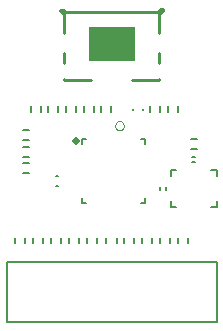
<source format=gto>
G04*
G04 #@! TF.GenerationSoftware,Altium Limited,Altium Designer,23.2.1 (34)*
G04*
G04 Layer_Color=65535*
%FSLAX25Y25*%
%MOIN*%
G70*
G04*
G04 #@! TF.SameCoordinates,2D16543A-974C-4BE6-9D28-3C7F8BE36A88*
G04*
G04*
G04 #@! TF.FilePolarity,Positive*
G04*
G01*
G75*
%ADD10C,0.00100*%
%ADD11C,0.01181*%
%ADD12C,0.01000*%
%ADD13C,0.00787*%
%ADD14C,0.00750*%
%ADD15C,0.00600*%
%ADD16C,0.00500*%
%ADD17R,0.15748X0.11811*%
D10*
X4249Y14905D02*
X3943Y15847D01*
X3141Y16429D01*
X2150D01*
X1349Y15847D01*
X1043Y14905D01*
X1349Y13962D01*
X2150Y13380D01*
X3141D01*
X3943Y13962D01*
X4249Y14905D01*
D11*
X-11329Y9953D02*
X-11923Y10539D01*
X-12511Y9948D01*
X-11923Y9358D01*
X-11329Y9943D01*
D12*
X-15750Y30371D02*
Y30568D01*
Y35932D02*
Y39048D01*
Y45987D02*
Y46242D01*
X15750Y30371D02*
Y30568D01*
Y35932D02*
Y39048D01*
Y45987D02*
Y46242D01*
Y52031D01*
X-15750Y46242D02*
Y52512D01*
Y30371D02*
X-6920D01*
X6920D02*
X15750D01*
X15790Y52031D02*
X17200Y53681D01*
Y53881D01*
X16550D02*
X17200D01*
X15536Y52867D02*
X16550Y53881D01*
X-15266Y52867D02*
X15536D01*
X-16080Y53681D02*
X-15266Y52867D01*
X-17230Y53681D02*
X-16080D01*
X-17230D02*
X-15710Y52031D01*
D13*
X35000Y-50433D02*
Y-30433D01*
X-35000Y-50433D02*
Y-30433D01*
Y-50433D02*
X35000D01*
X-35000Y-30433D02*
X35000D01*
X11311Y9036D02*
Y10631D01*
X9716D02*
X11311D01*
Y-10629D02*
Y-9034D01*
X9716Y-10629D02*
X11311D01*
X-9949Y10631D02*
X-8354D01*
X-9949Y9036D02*
Y10631D01*
Y-10629D02*
X-8354D01*
X-9949D02*
Y-9034D01*
D14*
X26482Y10467D02*
X28451Y10467D01*
X26483Y7120D02*
X28451Y7120D01*
X-22753Y-24261D02*
X-22753Y-22293D01*
X-26099Y-24261D02*
X-26099Y-22293D01*
X-16781Y-24261D02*
X-16781Y-22293D01*
X-20128Y-24261D02*
X-20128Y-22293D01*
X-10810Y-24261D02*
X-10810Y-22293D01*
X-14157Y-24261D02*
X-14157Y-22293D01*
X-4839Y-24261D02*
X-4839Y-22293D01*
X-8186Y-24261D02*
X-8186Y-22293D01*
X1673Y-24261D02*
X1673Y-22293D01*
X-1674Y-24261D02*
X-1674Y-22293D01*
X7644Y-24261D02*
X7644Y-22293D01*
X4298Y-24261D02*
X4298Y-22293D01*
X13615Y-24261D02*
X13615Y-22293D01*
X10269Y-24261D02*
X10269Y-22293D01*
X19586Y-24261D02*
X19586Y-22293D01*
X16240Y-24261D02*
X16240Y-22293D01*
X-15157Y19521D02*
X-15157Y21489D01*
X-11811Y19521D02*
X-11811Y21489D01*
X-26907Y19521D02*
X-26907Y21489D01*
X-23561Y19521D02*
X-23561Y21489D01*
X-29368Y10073D02*
X-27400Y10073D01*
X-29368Y13419D02*
X-27400Y13419D01*
X-21032Y19521D02*
X-21032Y21489D01*
X-17686Y19521D02*
X-17686Y21489D01*
X-9282Y19420D02*
X-9282Y21389D01*
X-5936Y19420D02*
X-5936Y21389D01*
X-32070Y-24261D02*
X-32070Y-22293D01*
X-28724Y-24261D02*
X-28724Y-22293D01*
X22211Y-24261D02*
X22211Y-22293D01*
X25557Y-24261D02*
X25557Y-22293D01*
X12943Y19421D02*
X12943Y21389D01*
X16289Y19421D02*
X16289Y21389D01*
X18793Y19421D02*
X18793Y21389D01*
X22139Y19421D02*
X22139Y21389D01*
X-29368Y2458D02*
X-27400Y2458D01*
X-29368Y-889D02*
X-27400Y-889D01*
X-29368Y7938D02*
X-27400Y7938D01*
X-29368Y4592D02*
X-27400Y4592D01*
X-61Y19421D02*
X-61Y21389D01*
X-3407Y19420D02*
X-3407Y21389D01*
X10439Y20109D02*
Y20700D01*
X7093Y20109D02*
Y20700D01*
X-18529Y-5269D02*
X-17939D01*
X-18529Y-1922D02*
X-17939D01*
D15*
X35242Y-12195D02*
Y-10227D01*
X33273Y-12195D02*
X35242D01*
X19692D02*
Y-10227D01*
Y-12195D02*
X21660D01*
X19692Y-1763D02*
Y206D01*
X21660D01*
X35242Y-1763D02*
Y206D01*
X33273D02*
X35242D01*
D16*
X18146Y-5503D02*
X18146Y-6487D01*
X16177Y-5503D02*
X16177Y-6487D01*
X26975Y2720D02*
X27959Y2720D01*
X26975Y4689D02*
X27959Y4689D01*
D17*
X0Y42223D02*
D03*
M02*

</source>
